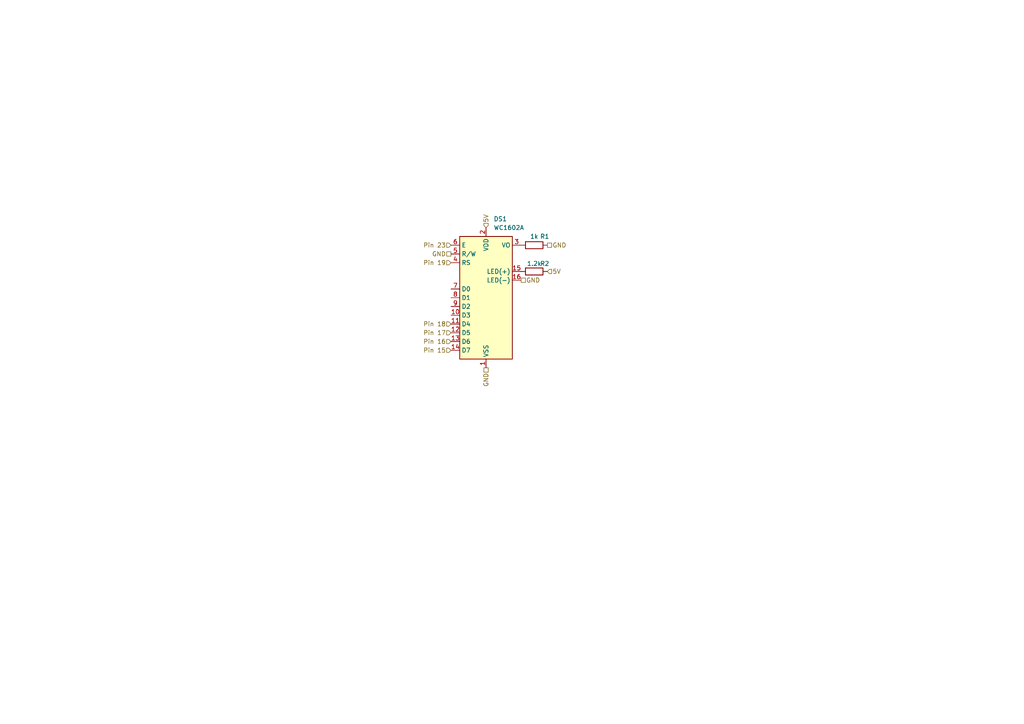
<source format=kicad_sch>
(kicad_sch (version 20231120) (generator "eeschema") (generator_version "8.0")
  (paper "A4")
  (lib_symbols
    (symbol "Device:R" (pin_numbers hide) (pin_names (offset 0))
      (property "Reference" "R" (at 2.032 0 90))
      (property "Value" "R" (at 0 0 90))
      (symbol "R_0_1"
        (rectangle (start -1.016 -2.54) (end 1.016 2.54) (stroke (width 0.254)))
      )
      (symbol "R_1_1"
        (pin passive line (at 0 3.81 270) (length 1.27) (name "~") (number "1"))
        (pin passive line (at 0 -3.81 90) (length 1.27) (name "~") (number "2"))
      )
    )
    (symbol "Display_Character:WC1602A"
      (property "Reference" "DS" (at -5.842 19.05 0))
      (property "Value" "WC1602A" (at 5.334 19.05 0))
      (symbol "WC1602A_1_1"
        (rectangle (start -7.62 17.78) (end 7.62 -17.78) (stroke (width 0.254)) (fill (type background)))
        (pin power_in line (at 0 -20.32 90) (length 2.54) (name "VSS") (number "1"))
        (pin input line (at -10.16 -5.08 0) (length 2.54) (name "D3") (number "10"))
        (pin input line (at -10.16 -7.62 0) (length 2.54) (name "D4") (number "11"))
        (pin input line (at -10.16 -10.16 0) (length 2.54) (name "D5") (number "12"))
        (pin input line (at -10.16 -12.7 0) (length 2.54) (name "D6") (number "13"))
        (pin input line (at -10.16 -15.24 0) (length 2.54) (name "D7") (number "14"))
        (pin power_in line (at 10.16 7.62 180) (length 2.54) (name "LED(+)") (number "15"))
        (pin power_in line (at 10.16 5.08 180) (length 2.54) (name "LED(-)") (number "16"))
        (pin power_in line (at 0 20.32 270) (length 2.54) (name "VDD") (number "2"))
        (pin input line (at 10.16 15.24 180) (length 2.54) (name "VO") (number "3"))
        (pin input line (at -10.16 10.16 0) (length 2.54) (name "RS") (number "4"))
        (pin input line (at -10.16 12.7 0) (length 2.54) (name "R/W") (number "5"))
        (pin input line (at -10.16 15.24 0) (length 2.54) (name "E") (number "6"))
        (pin input line (at -10.16 2.54 0) (length 2.54) (name "D0") (number "7"))
        (pin input line (at -10.16 0 0) (length 2.54) (name "D1") (number "8"))
        (pin input line (at -10.16 -2.54 0) (length 2.54) (name "D2") (number "9"))
      )
    )
  )
  (hierarchical_label "GND" (shape passive) (at 158.75 71.12 0))
  (hierarchical_label "Pin 19" (shape input) (at 130.81 76.2 180))
  (hierarchical_label "Pin 23" (shape input) (at 130.81 71.12 180))
  (hierarchical_label "GND" (shape passive) (at 130.81 73.66 180))
  (hierarchical_label "Pin 15" (shape input) (at 130.81 101.6 180))
  (hierarchical_label "Pin 16" (shape input) (at 130.81 99.06 180))
  (hierarchical_label "5V" (shape input) (at 158.75 78.74 0))
  (hierarchical_label "5V" (shape input) (at 140.97 66.04 90))
  (hierarchical_label "Pin 17" (shape input) (at 130.81 96.52 180))
  (hierarchical_label "Pin 18" (shape input) (at 130.81 93.98 180))
  (hierarchical_label "GND" (shape passive) (at 140.97 106.68 270))
  (hierarchical_label "GND" (shape passive) (at 151.13 81.28 0))
  (symbol (lib_id "Device:R") (at 154.94 71.12 90) (unit 1)
    (property "Reference" "R1" (at 157.988 68.58 90))
    (property "Value" "1k" (at 154.94 68.58 90))
    (property "Footprint" "Resistor_SMD:R_0805_2012Metric" (effects (hide yes)))
    (property "Description" "Resistor" (effects (hide yes)))
  )
  (symbol (lib_id "Device:R") (at 154.94 78.74 90) (unit 1)
    (property "Reference" "R2" (at 157.988 76.454 90))
    (property "Value" "1.2k" (at 154.94 76.454 90))
    (property "Footprint" "Resistor_SMD:R_0805_2012Metric" (effects (hide yes)))
    (property "Description" "Resistor" (effects (hide yes)))
  )
  (symbol (lib_id "Display_Character:WC1602A") (at 140.97 86.36 0) (unit 1)
    (property "Reference" "DS1" (at 143.1641 63.5 0) (effects (justify left)))
    (property "Value" "WC1602A" (at 143.1641 66.04 0) (effects (justify left)))
    (property "Footprint" "Display:WC1602A" (effects (hide yes)))
    (property "Datasheet" "http://www.wincomlcd.com/pdf/WC1602A-SFYLYHTC06.pdf" (effects (hide yes)))
    (property "Description" "LCD 16x2 Alphanumeric , 8 bit parallel bus, 5V VDD" (effects (hide yes)))
  )
)
</source>
